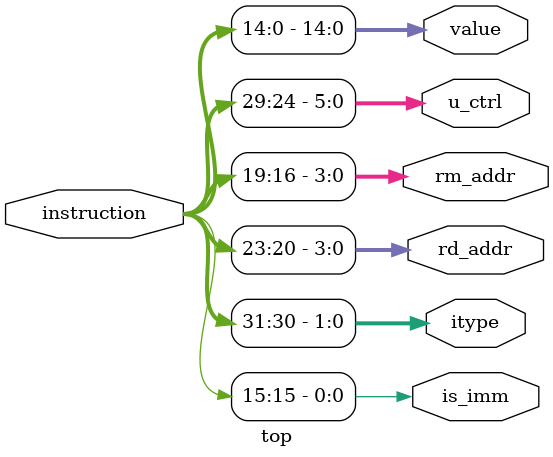
<source format=v>
/* Generated by Yosys 0.45+11 (git sha1 e8951aba29faf774e475f20c1405162993235d7f, g++ 14.2.1 -O2 -fexceptions -fstack-protector-strong -m64 -march=x86-64 -mtune=generic -fasynchronous-unwind-tables -fstack-clash-protection -fcf-protection -mtls-dialect=gnu2 -fno-omit-frame-pointer -mno-omit-leaf-frame-pointer -fPIC -O3) */

(* top =  1  *)
(* generator = "Amaranth" *)
module top(itype, u_ctrl, rd_addr, rm_addr, is_imm, value, instruction);
  input [31:0] instruction;
  wire [31:0] instruction;
  output is_imm;
  wire is_imm;
  output [1:0] itype;
  wire [1:0] itype;
  output [3:0] rd_addr;
  wire [3:0] rd_addr;
  output [3:0] rm_addr;
  wire [3:0] rm_addr;
  output [5:0] u_ctrl;
  wire [5:0] u_ctrl;
  output [14:0] value;
  wire [14:0] value;
  assign itype = instruction[31:30];
  assign u_ctrl = instruction[29:24];
  assign rd_addr = instruction[23:20];
  assign rm_addr = instruction[19:16];
  assign is_imm = instruction[15];
  assign value = instruction[14:0];
endmodule


</source>
